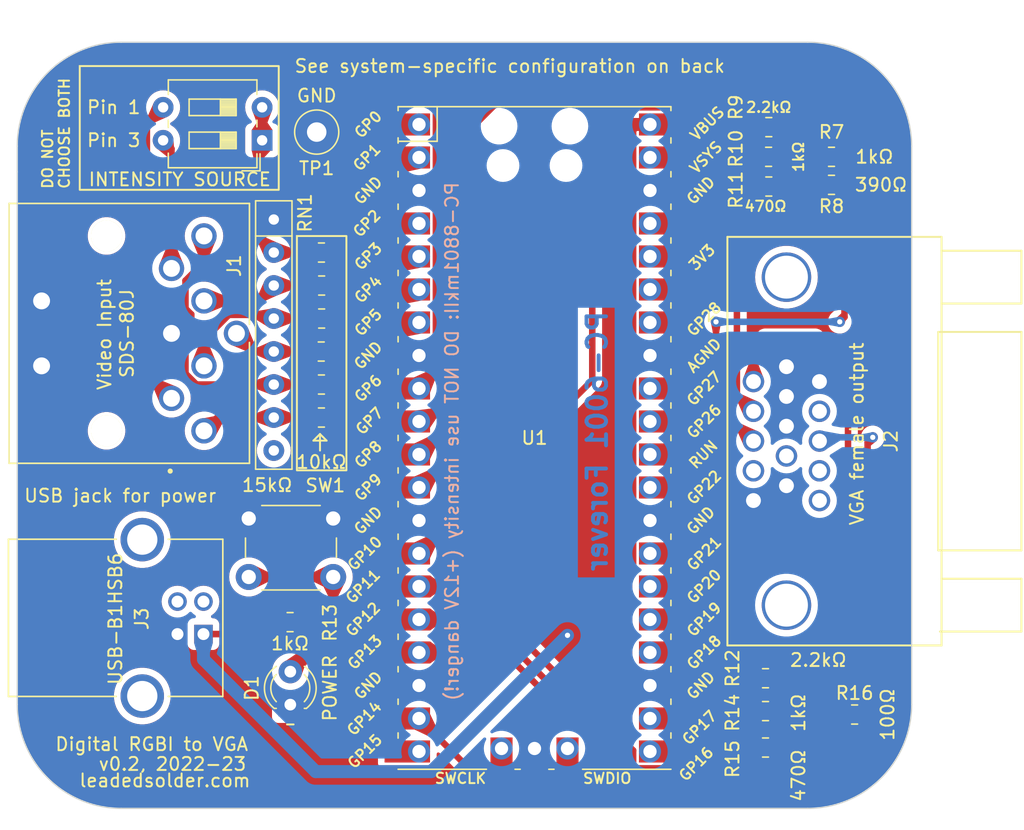
<source format=kicad_pcb>
(kicad_pcb (version 20240108) (generator "pcbnew") (generator_version "8.0")
  (layers (0 "F.Cu" signal) (31 "B.Cu" signal) (34 "B.Paste" user) (35 "F.Paste" user) (36 "B.SilkS" user "B.Silkscreen") (37 "F.SilkS" user "F.Silkscreen") (38 "B.Mask" user) (39 "F.Mask" user) (44 "Edge.Cuts" user))
  (net 0 "")
  (net 1 "GND")
  (net 2 "/INTENS_IN")
  (net 3 "/HSYNC_IN")
  (net 4 "/VSYNC_IN")
  (net 5 "/RED_IN")
  (net 6 "/GREEN_IN")
  (net 7 "/BLUE_IN")
  (net 9 "/CSYNC_OUT")
  (net 14 "/BLUE_OUT")
  (net 15 "/GREEN_OUT")
  (net 16 "/RED_OUT")
  (net 17 "Net-(D1-A)")
  (net 26 "/PicoVGA_Blue0")
  (net 27 "/PicoVGA_Blue1")
  (net 29 "/PicoVGA_Green0")
  (net 30 "/PicoVGA_Green1")
  (net 35 "/DIN_VIDEO_PIN_1")
  (net 38 "+5V")
  (net 41 "/RED_3v3")
  (net 42 "/GREEN_3v3")
  (net 43 "/BLUE_3v3")
  (net 44 "/HSYNC_3v3")
  (net 45 "/VSYNC_3v3")
  (net 46 "/INTENS_3v3")
  (net 47 "/PicoVGA_Green2")
  (net 48 "/PicoVGA_Red0")
  (net 49 "/PicoVGA_Red1")
  (net 50 "/PicoVGA_Red2")
  (net 51 "/PicoVGA_CSync")
  (net 53 "+3V3")
  (net 54 "/SW_PALETTE_CHANGE")
  (net 56 "/DIN_VIDEO_PIN_3")
  (footprint "Resistor_SMD:R_0805_2012Metric_Pad1.20x1.40mm_HandSolder" (layer "F.Cu") (at 163.83 69.85)
    (property "Reference" "R7" (at 0 -1.905 0) (layer "F.SilkS"))
    (property "Value" "1kΩ" (at 3.302 0 0) (layer "F.SilkS"))
    (pad "1" smd roundrect (at -1 0) (size 1.2 1.4) (layers "F.Cu" "F.Paste" "F.Mask") (roundrect_rratio 0.2083333333) (net 26 "/PicoVGA_Blue0"))
    (pad "2" smd roundrect (at 1 0) (size 1.2 1.4) (layers "F.Cu" "F.Paste" "F.Mask") (roundrect_rratio 0.2083333333) (net 14 "/BLUE_OUT"))
  )
  (footprint "Resistor_SMD:R_0805_2012Metric_Pad1.20x1.40mm_HandSolder" (layer "F.Cu") (at 124.555 84.836 180)
    (property "Reference" "R3" (hide yes))
    (property "Value" "10kΩ")
    (pad "1" smd roundrect (at -1 0 180) (size 1.2 1.4) (layers "F.Cu" "F.Paste" "F.Mask") (roundrect_rratio 0.2083333333) (net 41 "/RED_3v3"))
    (pad "2" smd roundrect (at 1 0 180) (size 1.2 1.4) (layers "F.Cu" "F.Paste" "F.Mask") (roundrect_rratio 0.2083333333) (net 7 "/BLUE_IN"))
  )
  (footprint "Resistor_THT:R_Array_SIP8" (layer "F.Cu") (at 120.904 74.676 -90)
    (property "Reference" "RN1" (at -0.508 -2.4 90) (layer "F.SilkS"))
    (property "Value" "15kΩ" (at 20.447 0.508 180) (layer "F.SilkS"))
    (pad "1" thru_hole rect (at 0 0 270) (size 1.6 1.6) (drill 0.8) (layers "*.Cu" "*.Mask") (net 1 "GND"))
    (pad "2" thru_hole oval (at 2.54 0 270) (size 1.6 1.6) (drill 0.8) (layers "*.Cu" "*.Mask") (net 2 "/INTENS_IN"))
    (pad "3" thru_hole oval (at 5.08 0 270) (size 1.6 1.6) (drill 0.8) (layers "*.Cu" "*.Mask") (net 4 "/VSYNC_IN"))
    (pad "4" thru_hole oval (at 7.62 0 270) (size 1.6 1.6) (drill 0.8) (layers "*.Cu" "*.Mask") (net 3 "/HSYNC_IN"))
    (pad "5" thru_hole oval (at 10.16 0 270) (size 1.6 1.6) (drill 0.8) (layers "*.Cu" "*.Mask") (net 7 "/BLUE_IN"))
    (pad "6" thru_hole oval (at 12.7 0 270) (size 1.6 1.6) (drill 0.8) (layers "*.Cu" "*.Mask") (net 6 "/GREEN_IN"))
    (pad "7" thru_hole oval (at 15.24 0 270) (size 1.6 1.6) (drill 0.8) (layers "*.Cu" "*.Mask") (net 5 "/RED_IN"))
    (pad "8" thru_hole oval (at 17.78 0 270) (size 1.6 1.6) (drill 0.8) (layers "*.Cu" "*.Mask"))
  )
  (footprint "TestPoint:TestPoint_Loop_D2.54mm_Drill1.5mm_Beaded" (layer "F.Cu") (at 124.206 67.945)
    (property "Reference" "TP1" (at 0 2.794 0) (layer "F.SilkS"))
    (property "Value" "GND" (at 0 -2.8 0) (layer "F.SilkS"))
    (pad "1" thru_hole circle (at 0 0) (size 3 3) (drill 1.5) (layers "*.Cu" "*.Mask") (net 1 "GND"))
  )
  (footprint "Resistor_SMD:R_0805_2012Metric_Pad1.20x1.40mm_HandSolder" (layer "F.Cu") (at 124.587 82.296 180)
    (property "Reference" "R4" (hide yes))
    (property "Value" "10kΩ")
    (pad "1" smd roundrect (at -1 0 180) (size 1.2 1.4) (layers "F.Cu" "F.Paste" "F.Mask") (roundrect_rratio 0.2083333333) (net 42 "/GREEN_3v3"))
    (pad "2" smd roundrect (at 1 0 180) (size 1.2 1.4) (layers "F.Cu" "F.Paste" "F.Mask") (roundrect_rratio 0.2083333333) (net 3 "/HSYNC_IN"))
  )
  (footprint "Resistor_SMD:R_0805_2012Metric_Pad1.20x1.40mm_HandSolder" (layer "F.Cu") (at 124.587 79.756 180)
    (property "Reference" "R5" (hide yes))
    (property "Value" "10kΩ")
    (pad "1" smd roundrect (at -1 0 180) (size 1.2 1.4) (layers "F.Cu" "F.Paste" "F.Mask") (roundrect_rratio 0.2083333333) (net 43 "/BLUE_3v3"))
    (pad "2" smd roundrect (at 1 0 180) (size 1.2 1.4) (layers "F.Cu" "F.Paste" "F.Mask") (roundrect_rratio 0.2083333333) (net 4 "/VSYNC_IN"))
  )
  (footprint "MCU_RaspberryPi_and_Boards:RPi_Pico_SMD_TH" (layer "F.Cu") (at 140.97 91.49)
    (property "Reference" "U1" (at 0 0 0) (layer "F.SilkS"))
    (property "Value" "Pico")
    (fp_text user "GND" (at -12.8 -19.05 45) (layer "F.SilkS") (effects (font (size 0.8 0.8))))
    (fp_text user "GP1" (at -12.9 -21.6 45) (layer "F.SilkS") (effects (font (size 0.8 0.8))))
    (fp_text user "AGND" (at 13.054 -6.35 45) (layer "F.SilkS") (effects (font (size 0.8 0.8))))
    (fp_text user "GP14" (at -13.1 21.59 45) (layer "F.SilkS") (effects (font (size 0.8 0.8))))
    (fp_text user "VSYS" (at 13.2 -21.59 45) (layer "F.SilkS") (effects (font (size 0.8 0.8))))
    (fp_text user "GP10" (at -13.054 8.89 45) (layer "F.SilkS") (effects (font (size 0.8 0.8))))
    (fp_text user "GP0" (at -12.8 -24.13 45) (layer "F.SilkS") (effects (font (size 0.8 0.8))))
    (fp_text user "GND" (at 12.8 -19.05 45) (layer "F.SilkS") (effects (font (size 0.8 0.8))))
    (fp_text user "GP9" (at -12.8 3.81 45) (layer "F.SilkS") (effects (font (size 0.8 0.8))))
    (fp_text user "GP26" (at 13.054 -1.27 45) (layer "F.SilkS") (effects (font (size 0.8 0.8))))
    (fp_text user "GND" (at -12.8 19.05 45) (layer "F.SilkS") (effects (font (size 0.8 0.8))))
    (fp_text user "GP12" (at -13.2 13.97 45) (layer "F.SilkS") (effects (font (size 0.8 0.8))))
    (fp_text user "GND" (at 12.8 19.05 45) (layer "F.SilkS") (effects (font (size 0.8 0.8))))
    (fp_text user "GP6" (at -12.8 -3.81 45) (layer "F.SilkS") (effects (font (size 0.8 0.8))))
    (fp_text user "GND" (at -12.8 6.35 45) (layer "F.SilkS") (effects (font (size 0.8 0.8))))
    (fp_text user "GP13" (at -13.054 16.51 45) (layer "F.SilkS") (effects (font (size 0.8 0.8))))
    (fp_text user "SWCLK" (at -5.7 26.2 0) (layer "F.SilkS") (effects (font (size 0.8 0.8))))
    (fp_text user "3V3" (at 12.9 -13.9 45) (layer "F.SilkS") (effects (font (size 0.8 0.8))))
    (fp_text user "GP16" (at 12.446 25.096 45) (layer "F.SilkS") (effects (font (size 0.8 0.8))))
    (fp_text user "GND" (at -12.8 -6.35 45) (layer "F.SilkS") (effects (font (size 0.8 0.8))))
    (fp_text user "GP17" (at 12.7 22.302 45) (layer "F.SilkS") (effects (font (size 0.8 0.8))))
    (fp_text user "GP3" (at -12.8 -13.97 45) (layer "F.SilkS") (effects (font (size 0.8 0.8))))
    (fp_text user "SWDIO" (at 5.6 26.2 0) (layer "F.SilkS") (effects (font (size 0.8 0.8))))
    (fp_text user "GP7" (at -12.7 -1.3 45) (layer "F.SilkS") (effects (font (size 0.8 0.8))))
    (fp_text user "GP11" (at -13.2 11.43 45) (layer "F.SilkS") (effects (font (size 0.8 0.8))))
    (fp_text user "GP15" (at -13.054 24.13 45) (layer "F.SilkS") (effects (font (size 0.8 0.8))))
    (fp_text user "GP22" (at 13.054 3.81 45) (layer "F.SilkS") (effects (font (size 0.8 0.8))))
    (fp_text user "GP27" (at 13.054 -3.8 45) (layer "F.SilkS") (effects (font (size 0.8 0.8))))
    (fp_text user "VBUS" (at 13.3 -24.2 45) (layer "F.SilkS") (effects (font (size 0.8 0.8))))
    (fp_text user "GP28" (at 13.054 -9.144 45) (layer "F.SilkS") (effects (font (size 0.8 0.8))))
    (fp_text user "RUN" (at 13 1.27 45) (layer "F.SilkS") (effects (font (size 0.8 0.8))))
    (fp_text user "GP21" (at 13.054 8.9 45) (layer "F.SilkS") (effects (font (size 0.8 0.8))))
    (fp_text user "GP20" (at 13.054 11.43 45) (layer "F.SilkS") (effects (font (size 0.8 0.8))))
    (fp_text user "GP5" (at -12.8 -8.89 45) (layer "F.SilkS") (effects (font (size 0.8 0.8))))
    (fp_text user "GP2" (at -12.9 -16.51 45) (layer "F.SilkS") (effects (font (size 0.8 0.8))))
    (fp_text user "GP18" (at 13.054 16.51 45) (layer "F.SilkS") (effects (font (size 0.8 0.8))))
    (fp_text user "GND" (at 12.8 6.35 45) (layer "F.SilkS") (effects (font (size 0.8 0.8))))
    (fp_text user "GP19" (at 13.054 13.97 45) (layer "F.SilkS") (effects (font (size 0.8 0.8))))
    (fp_text user "GP4" (at -12.8 -11.43 45) (layer "F.SilkS") (effects (font (size 0.8 0.8))))
    (fp_text user "GP8" (at -12.8 1.27 45) (layer "F.SilkS") (effects (font (size 0.8 0.8))))
    (pad "" np_thru_hole oval (at -2.725 -24) (size 1.8 1.8) (drill 1.8) (layers "*.Cu" "*.Mask"))
    (pad "" np_thru_hole oval (at -2.425 -20.97) (size 1.5 1.5) (drill 1.5) (layers "*.Cu" "*.Mask"))
    (pad "" np_thru_hole oval (at 2.425 -20.97) (size 1.5 1.5) (drill 1.5) (layers "*.Cu" "*.Mask"))
    (pad "" np_thru_hole oval (at 2.725 -24) (size 1.8 1.8) (drill 1.8) (layers "*.Cu" "*.Mask"))
    (pad "1" thru_hole oval (at -8.89 -24.13) (size 1.7 1.7) (drill 1.02) (layers "*.Cu" "*.Mask") (net 46 "/INTENS_3v3"))
    (pad "1" smd rect (at -8.89 -24.13) (size 3.5 1.7) (drill (offset -0.9 0)) (layers "F.Cu" "F.Mask") (net 46 "/INTENS_3v3"))
    (pad "2" thru_hole oval (at -8.89 -21.59) (size 1.7 1.7) (drill 1.02) (layers "*.Cu" "*.Mask") (net 43 "/BLUE_3v3"))
    (pad "2" smd rect (at -8.89 -21.59) (size 3.5 1.7) (drill (offset -0.9 0)) (layers "F.Cu" "F.Mask") (net 43 "/BLUE_3v3"))
    (pad "3" thru_hole rect (at -8.89 -19.05) (size 1.7 1.7) (drill 1.02) (layers "*.Cu" "*.Mask") (net 1 "GND"))
    (pad "3" smd rect (at -8.89 -19.05) (size 3.5 1.7) (drill (offset -0.9 0)) (layers "F.Cu" "F.Mask") (net 1 "GND"))
    (pad "4" thru_hole oval (at -8.89 -16.51) (size 1.7 1.7) (drill 1.02) (layers "*.Cu" "*.Mask") (net 42 "/GREEN_3v3"))
    (pad "4" smd rect (at -8.89 -16.51) (size 3.5 1.7) (drill (offset -0.9 0)) (layers "F.Cu" "F.Mask") (net 42 "/GREEN_3v3"))
    (pad "5" thru_hole oval (at -8.89 -13.97) (size 1.7 1.7) (drill 1.02) (layers "*.Cu" "*.Mask") (net 41 "/RED_3v3"))
    (pad "5" smd rect (at -8.89 -13.97) (size 3.5 1.7) (drill (offset -0.9 0)) (layers "F.Cu" "F.Mask") (net 41 "/RED_3v3"))
    (pad "6" thru_hole oval (at -8.89 -11.43) (size 1.7 1.7) (drill 1.02) (layers "*.Cu" "*.Mask") (net 45 "/VSYNC_3v3"))
    (pad "6" smd rect (at -8.89 -11.43) (size 3.5 1.7) (drill (offset -0.9 0)) (layers "F.Cu" "F.Mask") (net 45 "/VSYNC_3v3"))
    (pad "7" thru_hole oval (at -8.89 -8.89) (size 1.7 1.7) (drill 1.02) (layers "*.Cu" "*.Mask") (net 44 "/HSYNC_3v3"))
    (pad "7" smd rect (at -8.89 -8.89) (size 3.5 1.7) (drill (offset -0.9 0)) (layers "F.Cu" "F.Mask") (net 44 "/HSYNC_3v3"))
    (pad "8" thru_hole rect (at -8.89 -6.35) (size 1.7 1.7) (drill 1.02) (layers "*.Cu" "*.Mask") (net 1 "GND"))
    (pad "8" smd rect (at -8.89 -6.35) (size 3.5 1.7) (drill (offset -0.9 0)) (layers "F.Cu" "F.Mask") (net 1 "GND"))
    (pad "9" thru_hole oval (at -8.89 -3.81) (size 1.7 1.7) (drill 1.02) (layers "*.Cu" "*.Mask") (net 26 "/PicoVGA_Blue0"))
    (pad "9" smd rect (at -8.89 -3.81) (size 3.5 1.7) (drill (offset -0.9 0)) (layers "F.Cu" "F.Mask") (net 26 "/PicoVGA_Blue0"))
    (pad "10" thru_hole oval (at -8.89 -1.27) (size 1.7 1.7) (drill 1.02) (layers "*.Cu" "*.Mask") (net 27 "/PicoVGA_Blue1"))
    (pad "10" smd rect (at -8.89 -1.27) (size 3.5 1.7) (drill (offset -0.9 0)) (layers "F.Cu" "F.Mask") (net 27 "/PicoVGA_Blue1"))
    (pad "11" thru_hole oval (at -8.89 1.27) (size 1.7 1.7) (drill 1.02) (layers "*.Cu" "*.Mask") (net 29 "/PicoVGA_Green0"))
    (pad "11" smd rect (at -8.89 1.27) (size 3.5 1.7) (drill (offset -0.9 0)) (layers "F.Cu" "F.Mask") (net 29 "/PicoVGA_Green0"))
    (pad "12" thru_hole oval (at -8.89 3.81) (size 1.7 1.7) (drill 1.02) (layers "*.Cu" "*.Mask") (net 30 "/PicoVGA_Green1"))
    (pad "12" smd rect (at -8.89 3.81) (size 3.5 1.7) (drill (offset -0.9 0)) (layers "F.Cu" "F.Mask") (net 30 "/PicoVGA_Green1"))
    (pad "13" thru_hole rect (at -8.89 6.35) (size 1.7 1.7) (drill 1.02) (layers "*.Cu" "*.Mask") (net 1 "GND"))
    (pad "13" smd rect (at -8.89 6.35) (size 3.5 1.7) (drill (offset -0.9 0)) (layers "F.Cu" "F.Mask") (net 1 "GND"))
    (pad "14" thru_hole oval (at -8.89 8.89) (size 1.7 1.7) (drill 1.02) (layers "*.Cu" "*.Mask") (net 47 "/PicoVGA_Green2"))
    (pad "14" smd rect (at -8.89 8.89) (size 3.5 1.7) (drill (offset -0.9 0)) (layers "F.Cu" "F.Mask") (net 47 "/PicoVGA_Green2"))
    (pad "15" thru_hole oval (at -8.89 11.43) (size 1.7 1.7) (drill 1.02) (layers "*.Cu" "*.Mask") (net 48 "/PicoVGA_Red0"))
    (pad "15" smd rect (at -8.89 11.43) (size 3.5 1.7) (drill (offset -0.9 0)) (layers "F.Cu" "F.Mask") (net 48 "/PicoVGA_Red0"))
    (pad "16" thru_hole oval (at -8.89 13.97) (size 1.7 1.7) (drill 1.02) (layers "*.Cu" "*.Mask") (net 49 "/PicoVGA_Red1"))
    (pad "16" smd rect (at -8.89 13.97) (size 3.5 1.7) (drill (offset -0.9 0)) (layers "F.Cu" "F.Mask") (net 49 "/PicoVGA_Red1"))
    (pad "17" thru_hole oval (at -8.89 16.51) (size 1.7 1.7) (drill 1.02) (layers "*.Cu" "*.Mask") (net 50 "/PicoVGA_Red2"))
    (pad "17" smd rect (at -8.89 16.51) (size 3.5 1.7) (drill (offset -0.9 0)) (layers "F.Cu" "F.Mask") (net 50 "/PicoVGA_Red2"))
    (pad "18" thru_hole rect (at -8.89 19.05) (size 1.7 1.7) (drill 1.02) (layers "*.Cu" "*.Mask") (net 1 "GND"))
    (pad "18" smd rect (at -8.89 19.05) (size 3.5 1.7) (drill (offset -0.9 0)) (layers "F.Cu" "F.Mask") (net 1 "GND"))
    (pad "19" thru_hole oval (at -8.89 21.59) (size 1.7 1.7) (drill 1.02) (layers "*.Cu" "*.Mask") (net 51 "/PicoVGA_CSync"))
    (pad "19" smd rect (at -8.89 21.59) (size 3.5 1.7) (drill (offset -0.9 0)) (layers "F.Cu" "F.Mask") (net 51 "/PicoVGA_CSync"))
    (pad "20" thru_hole oval (at -8.89 24.13) (size 1.7 1.7) (drill 1.02) (layers "*.Cu" "*.Mask") (net 54 "/SW_PALETTE_CHANGE"))
    (pad "20" smd rect (at -8.89 24.13) (size 3.5 1.7) (drill (offset -0.9 0)) (layers "F.Cu" "F.Mask") (net 54 "/SW_PALETTE_CHANGE"))
    (pad "21" thru_hole oval (at 8.89 24.13) (size 1.7 1.7) (drill 1.02) (layers "*.Cu" "*.Mask"))
    (pad "21" smd rect (at 8.89 24.13) (size 3.5 1.7) (drill (offset 0.9 0)) (layers "F.Cu" "F.Mask"))
    (pad "22" thru_hole oval (at 8.89 21.59) (size 1.7 1.7) (drill 1.02) (layers "*.Cu" "*.Mask"))
    (pad "22" smd rect (at 8.89 21.59) (size 3.5 1.7) (drill (offset 0.9 0)) (layers "F.Cu" "F.Mask"))
    (pad "23" thru_hole rect (at 8.89 19.05) (size 1.7 1.7) (drill 1.02) (layers "*.Cu" "*.Mask") (net 1 "GND"))
    (pad "23" smd rect (at 8.89 19.05) (size 3.5 1.7) (drill (offset 0.9 0)) (layers "F.Cu" "F.Mask") (net 1 "GND"))
    (pad "24" thru_hole oval (at 8.89 16.51) (size 1.7 1.7) (drill 1.02) (layers "*.Cu" "*.Mask"))
    (pad "24" smd rect (at 8.89 16.51) (size 3.5 1.7) (drill (offset 0.9 0)) (layers "F.Cu" "F.Mask"))
    (pad "25" thru_hole oval (at 8.89 13.97) (size 1.7 1.7) (drill 1.02) (layers "*.Cu" "*.Mask"))
    (pad "25" smd rect (at 8.89 13.97) (size 3.5 1.7) (drill (offset 0.9 0)) (layers "F.Cu" "F.Mask"))
    (pad "26" thru_hole oval (at 8.89 11.43) (size 1.7 1.7) (drill 1.02) (layers "*.Cu" "*.Mask"))
    (pad "26" smd rect (at 8.89 11.43) (size 3.5 1.7) (drill (offset 0.9 0)) (layers "F.Cu" "F.Mask"))
    (pad "27" thru_hole oval (at 8.89 8.89) (size 1.7 1.7) (drill 1.02) (layers "*.Cu" "*.Mask"))
    (pad "27" smd rect (at 8.89 8.89) (size 3.5 1.7) (drill (offset 0.9 0)) (layers "F.Cu" "F.Mask"))
    (pad "28" thru_hole rect (at 8.89 6.35) (size 1.7 1.7) (drill 1.02) (layers "*.Cu" "*.Mask") (net 1 "GND"))
    (pad "28" smd rect (at 8.89 6.35) (size 3.5 1.7) (drill (offset 0.9 0)) (layers "F.Cu" "F.Mask") (net 1 "GND"))
    (pad "29" thru_hole oval (at 8.89 3.81) (size 1.7 1.7) (drill 1.02) (layers "*.Cu" "*.Mask"))
    (pad "29" smd rect (at 8.89 3.81) (size 3.5 1.7) (drill (offset 0.9 0)) (layers "F.Cu" "F.Mask"))
    (pad "30" thru_hole oval (at 8.89 1.27) (size 1.7 1.7) (drill 1.02) (layers "*.Cu" "*.Mask"))
    (pad "30" smd rect (at 8.89 1.27) (size 3.5 1.7) (drill (offset 0.9 0)) (layers "F.Cu" "F.Mask"))
    (pad "31" thru_hole oval (at 8.89 -1.27) (size 1.7 1.7) (drill 1.02) (layers "*.Cu" "*.Mask"))
    (pad "31" smd rect (at 8.89 -1.27) (size 3.5 1.7) (drill (offset 0.9 0)) (layers "F.Cu" "F.Mask"))
    (pad "32" thru_hole oval (at 8.89 -3.81) (size 1.7 1.7) (drill 1.02) (layers "*.Cu" "*.Mask"))
    (pad "32" smd rect (at 8.89 -3.81) (size 3.5 1.7) (drill (offset 0.9 0)) (layers "F.Cu" "F.Mask"))
    (pad "33" thru_hole rect (at 8.89 -6.35) (size 1.7 1.7) (drill 1.02) (layers "*.Cu" "*.Mask") (net 1 "GND"))
    (pad "33" smd rect (at 8.89 -6.35) (size 3.5 1.7) (drill (offset 0.9 0)) (layers "F.Cu" "F.Mask") (net 1 "GND"))
    (pad "34" thru_hole oval (at 8.89 -8.89) (size 1.7 1.7) (drill 1.02) (layers "*.Cu" "*.Mask"))
    (pad "34" smd rect (at 8.89 -8.89) (size 3.5 1.7) (drill (offset 0.9 0)) (layers "F.Cu" "F.Mask"))
    (pad "35" thru_hole oval (at 8.89 -11.43) (size 1.7 1.7) (drill 1.02) (layers "*.Cu" "*.Mask"))
    (pad "35" smd rect (at 8.89 -11.43) (size 3.5 1.7) (drill (offset 0.9 0)) (layers "F.Cu" "F.Mask"))
    (pad "36" thru_hole oval (at 8.89 -13.97) (size 1.7 1.7) (drill 1.02) (layers "*.Cu" "*.Mask") (net 53 "+3V3"))
    (pad "36" smd rect (at 8.89 -13.97) (size 3.5 1.7) (drill (offset 0.9 0)) (layers "F.Cu" "F.Mask") (net 53 "+3V3"))
    (pad "37" thru_hole oval (at 8.89 -16.51) (size 1.7 1.7) (drill 1.02) (layers "*.Cu" "*.Mask"))
    (pad "37" smd rect (at 8.89 -16.51) (size 3.5 1.7) (drill (offset 0.9 0)) (layers "F.Cu" "F.Mask"))
    (pad "38" thru_hole rect (at 8.89 -19.05) (size 1.7 1.7) (drill 1.02) (layers "*.Cu" "*.Mask") (net 1 "GND"))
    (pad "38" smd rect (at 8.89 -19.05) (size 3.5 1.7) (drill (offset 0.9 0)) (layers "F.Cu" "F.Mask") (net 1 "GND"))
    (pad "39" thru_hole oval (at 8.89 -21.59) (size 1.7 1.7) (drill 1.02) (layers "*.Cu" "*.Mask"))
    (pad "39" smd rect (at 8.89 -21.59) (size 3.5 1.7) (drill (offset 0.9 0)) (layers "F.Cu" "F.Mask"))
    (pad "40" thru_hole oval (at 8.89 -24.13) (size 1.7 1.7) (drill 1.02) (layers "*.Cu" "*.Mask") (net 38 "+5V"))
    (pad "40" smd rect (at 8.89 -24.13) (size 3.5 1.7) (drill (offset 0.9 0)) (layers "F.Cu" "F.Mask") (net 38 "+5V"))
    (pad "41" thru_hole oval (at -2.54 23.9) (size 1.7 1.7) (drill 1.02) (layers "*.Cu" "*.Mask"))
    (pad "41" smd rect (at -2.54 23.9 90) (size 3.5 1.7) (drill (offset -0.9 0)) (layers "F.Cu" "F.Mask"))
    (pad "42" thru_hole rect (at 0 23.9) (size 1.7 1.7) (drill 1.02) (layers "*.Cu" "*.Mask") (net 1 "GND"))
    (pad "42" smd rect (at 0 23.9 90) (size 3.5 1.7) (drill (offset -0.9 0)) (layers "F.Cu" "F.Mask") (net 1 "GND"))
    (pad "43" thru_hole oval (at 2.54 23.9) (size 1.7 1.7) (drill 1.02) (layers "*.Cu" "*.Mask"))
    (pad "43" smd rect (at 2.54 23.9 90) (size 3.5 1.7) (drill (offset -0.9 0)) (layers "F.Cu" "F.Mask"))
  )
  (footprint "Resistor_SMD:R_0805_2012Metric_Pad1.20x1.40mm_HandSolder" (layer "F.Cu") (at 124.571 87.376 180)
    (property "Reference" "R2" (hide yes))
    (property "Value" "10kΩ")
    (pad "1" smd roundrect (at -1 0 180) (size 1.2 1.4) (layers "F.Cu" "F.Paste" "F.Mask") (roundrect_rratio 0.2083333333) (net 45 "/VSYNC_3v3"))
    (pad "2" smd roundrect (at 1 0 180) (size 1.2 1.4) (layers "F.Cu" "F.Paste" "F.Mask") (roundrect_rratio 0.2083333333) (net 6 "/GREEN_IN"))
  )
  (footprint "LED_THT:LED_D3.0mm" (layer "F.Cu") (at 122.174 112.014 90)
    (property "Reference" "D1" (at 1.27 -2.96 90) (layer "F.SilkS"))
    (property "Value" "LED")
    (pad "1" thru_hole rect (at 0 0 90) (size 1.8 1.8) (drill 0.9) (layers "*.Cu" "*.Mask") (net 1 "GND"))
    (pad "2" thru_hole circle (at 2.54 0 90) (size 1.8 1.8) (drill 0.9) (layers "*.Cu" "*.Mask") (net 17 "Net-(D1-A)"))
  )
  (footprint "Button_Switch_THT:SW_DIP_SPSTx02_Slide_6.7x6.64mm_W7.62mm_P2.54mm_LowProfile" (layer "F.Cu") (at 120.005 68.58 180)
    (property "Reference" "SW2" (hide yes))
    (property "Value" "Intensity Select")
    (pad "1" thru_hole rect (at 0 0 180) (size 1.6 1.6) (drill 0.8) (layers "*.Cu" "*.Mask") (net 2 "/INTENS_IN"))
    (pad "2" thru_hole oval (at 0 2.54 180) (size 1.6 1.6) (drill 0.8) (layers "*.Cu" "*.Mask") (net 2 "/INTENS_IN"))
    (pad "3" thru_hole oval (at 7.62 2.54 180) (size 1.6 1.6) (drill 0.8) (layers "*.Cu" "*.Mask") (net 35 "/DIN_VIDEO_PIN_1"))
    (pad "4" thru_hole oval (at 7.62 0 180) (size 1.6 1.6) (drill 0.8) (layers "*.Cu" "*.Mask") (net 56 "/DIN_VIDEO_PIN_3"))
  )
  (footprint "Resistor_SMD:R_0805_2012Metric_Pad1.20x1.40mm_HandSolder" (layer "F.Cu") (at 165.608 112.776)
    (property "Reference" "R16" (at 0 -1.65 0) (layer "F.SilkS"))
    (property "Value" "100Ω" (at 2.54 0 90) (layer "F.SilkS"))
    (pad "1" smd roundrect (at -1 0) (size 1.2 1.4) (layers "F.Cu" "F.Paste" "F.Mask") (roundrect_rratio 0.2083333333) (net 51 "/PicoVGA_CSync"))
    (pad "2" smd roundrect (at 1 0) (size 1.2 1.4) (layers "F.Cu" "F.Paste" "F.Mask") (roundrect_rratio 0.2083333333) (net 9 "/CSYNC_OUT"))
  )
  (footprint "Resistor_SMD:R_0805_2012Metric_Pad1.20x1.40mm_HandSolder" (layer "F.Cu") (at 163.83 72.009)
    (property "Reference" "R8" (at 0 1.651 0) (layer "F.SilkS"))
    (property "Value" "390Ω" (at 3.81 0 0) (layer "F.SilkS"))
    (pad "1" smd roundrect (at -1 0) (size 1.2 1.4) (layers "F.Cu" "F.Paste" "F.Mask") (roundrect_rratio 0.2083333333) (net 27 "/PicoVGA_Blue1"))
    (pad "2" smd roundrect (at 1 0) (size 1.2 1.4) (layers "F.Cu" "F.Paste" "F.Mask") (roundrect_rratio 0.2083333333) (net 14 "/BLUE_OUT"))
  )
  (footprint "Resistor_SMD:R_0805_2012Metric_Pad1.20x1.40mm_HandSolder" (layer "F.Cu") (at 158.75 109.982)
    (property "Reference" "R12" (at -2.54 -0.762 90) (layer "F.SilkS"))
    (property "Value" "2.2kΩ" (at 4.064 -1.397 0) (layer "F.SilkS"))
    (pad "1" smd roundrect (at -1 0) (size 1.2 1.4) (layers "F.Cu" "F.Paste" "F.Mask") (roundrect_rratio 0.2083333333) (net 48 "/PicoVGA_Red0"))
    (pad "2" smd roundrect (at 1 0) (size 1.2 1.4) (layers "F.Cu" "F.Paste" "F.Mask") (roundrect_rratio 0.2083333333) (net 16 "/RED_OUT"))
  )
  (footprint "USB-B1HSB6:OST_USB-B1HSB6" (layer "F.Cu") (at 110.78 105.334 -90)
    (property "Reference" "J3" (at 0.076 0.036 90) (layer "F.SilkS") (effects (font (size 1.000386 1.000386))))
    (property "Value" "USB-B1HSB6" (at 0.076 2.068 90) (layer "F.SilkS") (effects (font (size 1.001228 1.001228))))
    (pad "1" thru_hole rect (at 1.25 -4.71 270) (size 1.428 1.428) (drill 0.92) (layers "*.Cu" "*.Mask") (net 38 "+5V"))
    (pad "2" thru_hole circle (at -1.25 -4.71 270) (size 1.428 1.428) (drill 0.92) (layers "*.Cu" "*.Mask"))
    (pad "3" thru_hole circle (at -1.25 -2.71 270) (size 1.428 1.428) (drill 0.92) (layers "*.Cu" "*.Mask"))
    (pad "4" thru_hole circle (at 1.25 -2.71 270) (size 1.428 1.428) (drill 0.92) (layers "*.Cu" "*.Mask") (net 1 "GND"))
    (pad "P1" thru_hole circle (at -6.02 0 270) (size 3.346 3.346) (drill 2.33) (layers "*.Cu" "*.Mask"))
    (pad "P2" thru_hole circle (at 6.02 0 270) (size 3.346 3.346) (drill 2.33) (layers "*.Cu" "*.Mask"))
  )
  (footprint "Resistor_SMD:R_0805_2012Metric_Pad1.20x1.40mm_HandSolder" (layer "F.Cu") (at 158.75 115.316)
    (property "Reference" "R15" (at -2.54 0.889 90) (layer "F.SilkS"))
    (property "Value" "470Ω" (at 2.54 2.159 90) (layer "F.SilkS"))
    (pad "1" smd roundrect (at -1 0) (size 1.2 1.4) (layers "F.Cu" "F.Paste" "F.Mask") (roundrect_rratio 0.2083333333) (net 50 "/PicoVGA_Red2"))
    (pad "2" smd roundrect (at 1 0) (size 1.2 1.4) (layers "F.Cu" "F.Paste" "F.Mask") (roundrect_rratio 0.2083333333) (net 16 "/RED_OUT"))
  )
  (footprint "Resistor_SMD:R_0805_2012Metric_Pad1.20x1.40mm_HandSolder" (layer "F.Cu") (at 124.571 77.216 180)
    (property "Reference" "R6" (hide yes))
    (property "Value" "10kΩ" (at 0 -16.129 0) (layer "F.SilkS"))
    (pad "1" smd roundrect (at -1 0 180) (size 1.2 1.4) (layers "F.Cu" "F.Paste" "F.Mask") (roundrect_rratio 0.2083333333) (net 46 "/INTENS_3v3"))
    (pad "2" smd roundrect (at 1 0 180) (size 1.2 1.4) (layers "F.Cu" "F.Paste" "F.Mask") (roundrect_rratio 0.2083333333) (net 2 "/INTENS_IN"))
  )
  (footprint "Connector_TE_AMP_HD15:FIXED-1-1734530-1" (layer "F.Cu") (at 172.1739 91.735 -90)
    (property "Reference" "J2" (at 0 3.7719 90) (layer "F.SilkS"))
    (property "Value" "DB15_Female_HighDensity" (hide yes))
    (pad "1" thru_hole circle (at -4.588256 14.351 270) (size 1.651 1.651) (drill 1.143) (layers "*.Cu" "*.Mask") (net 16 "/RED_OUT"))
    (pad "2" thru_hole circle (at -2.298192 14.351 270) (size 1.651 1.651) (drill 1.143) (layers "*.Cu" "*.Mask") (net 15 "/GREEN_OUT"))
    (pad "3" thru_hole circle (at -0.008128 14.351 270) (size 1.651 1.651) (drill 1.143) (layers "*.Cu" "*.Mask") (net 14 "/BLUE_OUT"))
    (pad "4" thru_hole circle (at 2.281936 14.351 270) (size 1.651 1.651) (drill 1.143) (layers "*.Cu" "*.Mask"))
    (pad "5" thru_hole circle (at 4.572 14.351 270) (size 1.651 1.651) (drill 1.143) (layers "*.Cu" "*.Mask") (net 1 "GND"))
    (pad "6" thru_hole circle (at -5.730999 11.811 270) (size 1.651 1.651) (drill 1.143) (layers "*.Cu" "*.Mask") (net 1 "GND"))
    (pad "7" thru_hole circle (at -3.440999 11.811 270) (size 1.651 1.651) (drill 1.143) (layers "*.Cu" "*.Mask") (net 1 "GND"))
    (pad "8" thru_hole circle (at -1.151001 11.811 270) (size 1.651 1.651) (drill 1.143) (layers "*.Cu" "*.Mask") (net 1 "GND"))
    (pad "9" thru_hole circle (at 1.139 11.811 270) (size 1.651 1.651) (drill 1.143) (layers "*.Cu" "*.Mask"))
    (pad "10" thru_hole circle (at 3.429 11.811 270) (size 1.651 1.651) (drill 1.143) (layers "*.Cu" "*.Mask") (net 1 "GND"))
    (pad "11" thru_hole circle (at -4.587999 9.271 270) (size 1.651 1.651) (drill 1.143) (layers "*.Cu" "*.Mask") (net 1 "GND"))
    (pad "12" thru_hole circle (at -2.297999 9.271 270) (size 1.651 1.651) (drill 1.143) (layers "*.Cu" "*.Mask"))
    (pad "13" thru_hole circle (at -0.008001 9.271 270) (size 1.651 1.651) (drill 1.143) (layers "*.Cu" "*.Mask") (net 9 "/CSYNC_OUT"))
    (pad "14" thru_hole circle (at 2.282 9.271 270) (size 1.651 1.651) (drill 1.143) (layers "*.Cu" "*.Mask"))
    (pad "15" thru_hole circle (at 4.572 9.271 270) (size 1.651 1.651) (drill 1.143) (layers "*.Cu" "*.Mask"))
    (pad "16" thru_hole circle (at 12.6238 11.811 270) (size 3.81 3.81) (drill 3.302) (layers "*.Cu" "*.Mask"))
    (pad "17" thru_hole circle (at -12.6238 11.811 270) (size 3.81 3.81) (drill 3.302) (layers "*.Cu" "*.Mask"))
  )
  (footprint "Resistor_SMD:R_0805_2012Metric_Pad1.20x1.40mm_HandSolder" (layer "F.Cu") (at 158.75 112.5115)
    (property "Reference" "R14" (at -2.54 0.127 90) (layer "F.SilkS"))
    (property "Value" "1kΩ" (at 2.54 0.127 90) (layer "F.SilkS"))
    (pad "1" smd roundrect (at -1 0) (size 1.2 1.4) (layers "F.Cu" "F.Paste" "F.Mask") (roundrect_rratio 0.2083333333) (net 49 "/PicoVGA_Red1"))
    (pad "2" smd roundrect (at 1 0) (size 1.2 1.4) (layers "F.Cu" "F.Paste" "F.Mask") (roundrect_rratio 0.2083333333) (net 16 "/RED_OUT"))
  )
  (footprint "Resistor_SMD:R_0805_2012Metric_Pad1.20x1.40mm_HandSolder" (layer "F.Cu") (at 158.988 69.85)
    (property "Reference" "R10" (at -2.524 -0.635 90) (layer "F.SilkS"))
    (property "Value" "1kΩ" (at 2.302 0 90) (layer "F.SilkS") (effects (font (size 0.8 0.8))))
    (pad "1" smd roundrect (at -1 0) (size 1.2 1.4) (layers "F.Cu" "F.Paste" "F.Mask") (roundrect_rratio 0.2083333333) (net 30 "/PicoVGA_Green1"))
    (pad "2" smd roundrect (at 1 0) (size 1.2 1.4) (layers "F.Cu" "F.Paste" "F.Mask") (roundrect_rratio 0.2083333333) (net 15 "/GREEN_OUT"))
  )
  (footprint "CUI_SDS_80J:CUI_SDS-80J" (layer "F.Cu") (at 113.03 83.439 -90)
    (property "Reference" "J1" (at -5.207 -4.826 90) (layer "F.SilkS") (effects (font (size 1.00263 1.00263))))
    (property "Value" "SDS-80J" (at 0 3.429 90) (layer "F.SilkS") (effects (font (size 1.00263 1.00263))))
    (pad "" np_thru_hole circle (at -7.5 5 270) (size 2.4 2.4) (drill 2.4) (layers "*.Cu" "*.Mask" "F.SilkS"))
    (pad "" np_thru_hole circle (at 7.5 5 270) (size 2.4 2.4) (drill 2.4) (layers "*.Cu" "*.Mask" "F.SilkS"))
    (pad "1" thru_hole circle (at 5 0 270) (size 1.95 1.95) (drill 1.3) (layers "*.Cu" "*.Mask") (net 35 "/DIN_VIDEO_PIN_1"))
    (pad "2" thru_hole circle (at 0 0 270) (size 1.95 1.95) (drill 1.3) (layers "*.Cu" "*.Mask") (net 1 "GND"))
    (pad "3" thru_hole circle (at -5 0 270) (size 1.95 1.95) (drill 1.3) (layers "*.Cu" "*.Mask") (net 56 "/DIN_VIDEO_PIN_3"))
    (pad "4" thru_hole circle (at 2.5 -2.5 270) (size 1.95 1.95) (drill 1.3) (layers "*.Cu" "*.Mask") (net 3 "/HSYNC_IN"))
    (pad "5" thru_hole circle (at -2.5 -2.5 270) (size 1.95 1.95) (drill 1.3) (layers "*.Cu" "*.Mask") (net 4 "/VSYNC_IN"))
    (pad "6" thru_hole circle (at 7.5 -2.5 270) (size 1.95 1.95) (drill 1.3) (layers "*.Cu" "*.Mask") (net 5 "/RED_IN"))
    (pad "7" thru_hole circle (at -7.5 -2.5 270) (size 1.95 1.95) (drill 1.3) (layers "*.Cu" "*.Mask") (net 6 "/GREEN_IN"))
    (pad "8" thru_hole circle (at 0 -5 270) (size 1.95 1.95) (drill 1.3) (layers "*.Cu" "*.Mask") (net 7 "/BLUE_IN"))
    (pad "S1" thru_hole circle (at -2.5 10 270) (size 1.95 1.95) (drill 1.3) (layers "*.Cu" "*.Mask") (net 1 "GND"))
    (pad "S2" thru_hole circle (at 2.5 10 270) (size 1.95 1.95) (drill 1.3) (layers "*.Cu" "*.Mask") (net 1 "GND"))
  )
  (footprint "Resistor_SMD:R_0805_2012Metric_Pad1.20x1.40mm_HandSolder" (layer "F.Cu") (at 159.004 67.564)
    (property "Reference" "R9" (at -2.54 -1.524 90) (layer "F.SilkS"))
    (property "Value" "2.2kΩ" (at 0 -1.524 0) (layer "F.SilkS") (effects (font (size 0.8 0.8))))
    (pad "1" smd roundrect (at -1 0) (size 1.2 1.4) (layers "F.Cu" "F.Paste" "F.Mask") (roundrect_rratio 0.2083333333) (net 29 "/PicoVGA_Green0"))
    (pad "2" smd roundrect (at 1 0) (size 1.2 1.4) (layers "F.Cu" "F.Paste" "F.Mask") (roundrect_rratio 0.2083333333) (net 15 "/GREEN_OUT"))
  )
  (footprint "Button_Switch_THT:SW_PUSH_6mm" (layer "F.Cu") (at 118.9748 97.6884)
    (property "Reference" "SW1" (at 5.8916 -2.54 0) (layer "F.SilkS"))
    (property "Value" "SW_Push")
    (pad "1" thru_hole circle (at 0 0 90) (size 2 2) (drill 1.1) (layers "*.Cu" "*.Mask") (net 1 "GND"))
    (pad "1" thru_hole circle (at 6.5 0 90) (size 2 2) (drill 1.1) (layers "*.Cu" "*.Mask") (net 1 "GND"))
    (pad "2" thru_hole circle (at 0 4.5 90) (size 2 2) (drill 1.1) (layers "*.Cu" "*.Mask") (net 54 "/SW_PALETTE_CHANGE"))
    (pad "2" thru_hole circle (at 6.5 4.5 90) (size 2 2) (drill 1.1) (layers "*.Cu" "*.Mask") (net 54 "/SW_PALETTE_CHANGE"))
  )
  (footprint "Resistor_SMD:R_0805_2012Metric_Pad1.20x1.40mm_HandSolder" (layer "F.Cu") (at 124.571 89.916 180)
    (property "Reference" "R1" (hide yes))
    (property "Value" "10kΩ")
    (pad "1" smd roundrect (at -1 0 180) (size 1.2 1.4) (layers "F.Cu" "F.Paste" "F.Mask") (roundrect_rratio 0.2083333333) (net 44 "/HSYNC_3v3"))
    (pad "2" smd roundrect (at 1 0 180) (size 1.2 1.4) (layers "F.Cu" "F.Paste" "F.Mask") (roundrect_rratio 0.2083333333) (net 5 "/RED_IN"))
  )
  (footprint "Resistor_SMD:R_0805_2012Metric_Pad1.20x1.40mm_HandSolder" (layer "F.Cu") (at 122.158 105.664)
    (property "Reference" "R13" (at 3.064 0.0508 90) (layer "F.SilkS"))
    (property "Value" "1kΩ" (at 0 1.65 0) (layer "F.SilkS"))
    (pad "1" smd roundrect (at -1 0) (size 1.2 1.4) (layers "F.Cu" "F.Paste" "F.Mask") (roundrect_rratio 0.2083333333) (net 38 "+5V"))
    (pad "2" smd roundrect (at 1 0) (size 1.2 1.4) (layers "F.Cu" "F.Paste" "F.Mask") (roundrect_rratio 0.2083333333) (net 17 "Net-(D1-A)"))
  )
  (footprint "Resistor_SMD:R_0805_2012Metric_Pad1.20x1.40mm_HandSolder" (layer "F.Cu") (at 159.004 72.136)
    (property "Reference" "R11" (at -2.54 0.254 90) (layer "F.SilkS"))
    (property "Value" "470Ω" (at -0.254 1.524 180) (layer "F.SilkS") (effects (font (size 0.8 0.8))))
    (pad "1" smd roundrect (at -1 0) (size 1.2 1.4) (layers "F.Cu" "F.Paste" "F.Mask") (roundrect_rratio 0.2083333333) (net 47 "/PicoVGA_Green2"))
    (pad "2" smd roundrect (at 1 0) (size 1.2 1.4) (layers "F.Cu" "F.Paste" "F.Mask") (roundrect_rratio 0.2083333333) (net 15 "/GREEN_OUT"))
  )
  (gr_line (start 121.92 113.538) (end 122.428 113.538) (stroke (width 0.15)) (layer "F.SilkS"))
  (gr_line (start 124.714 91.44) (end 124.968 91.694) (stroke (width 0.15)) (layer "F.SilkS"))
  (gr_line (start 124.46 91.186) (end 124.714 91.44) (stroke (width 0.15)) (layer "F.SilkS"))
  (gr_rect (start 122.682 75.946) (end 126.492 93.98) (stroke (width 0.15)) (fill none) (layer "F.SilkS"))
  (gr_line (start 124.46 92.456) (end 124.46 91.186) (stroke (width 0.15)) (layer "F.SilkS"))
  (gr_rect (start 105.969 62.865) (end 121.285 72.39) (stroke (width 0.15)) (fill none) (layer "F.SilkS"))
  (gr_line (start 124.46 91.186) (end 124.206 91.44) (stroke (width 0.15)) (layer "F.SilkS"))
  (gr_line (start 124.968 91.694) (end 123.952 91.694) (stroke (width 0.15)) (layer "F.SilkS"))
  (gr_line (start 124.206 91.44) (end 123.952 91.694) (stroke (width 0.15)) (layer "F.SilkS"))
  (gr_arc (start 109.156854 120) (mid 103.5 117.656854) (end 101.156854 112) (stroke (width 0.1)) (layer "Edge.Cuts"))
  (gr_arc (start 101.156854 69.029854) (mid 103.5 63.373) (end 109.156854 61.029854) (stroke (width 0.1)) (layer "Edge.Cuts"))
  (gr_line (start 101.156854 70.999999) (end 101.156854 112) (stroke (width 0.1)) (layer "Edge.Cuts"))
  (gr_line (start 170 69.029855) (end 170 71) (stroke (width 0.1)) (layer "Edge.Cuts"))
  (gr_line (start 109.156854 61.029854) (end 162 61.029855) (stroke (width 0.1)) (layer "Edge.Cuts"))
  (gr_line (start 101.156854 69.029854) (end 101.156854 70.999999) (stroke (width 0.1)) (layer "Edge.Cuts"))
  (gr_arc (start 170 112) (mid 167.656854 117.656854) (end 162 120) (stroke (width 0.1)) (layer "Edge.Cuts"))
  (gr_line (start 162 120) (end 109.156854 120) (stroke (width 0.1)) (layer "Edge.Cuts"))
  (gr_arc (start 162 61.029855) (mid 167.656854 63.373001) (end 170 69.029855) (stroke (width 0.1)) (layer "Edge.Cuts"))
  (gr_line (start 170 71) (end 170 112) (stroke (width 0.1)) (layer "Edge.Cuts"))
  (gr_text "PC-6001 Forever" (at 145.796 91.735001 90) (layer "B.Cu") (effects (font (size 1.5 1.5) (thickness 0.3)) (justify mirror)))
  (gr_text "PC-8801mkII: DO NOT use intensity (+12V danger!)" (at 134.62 71.707619 90) (layer "B.SilkS") (effects (font (size 1 1)) (justify left mirror)))
  (gr_text "Pin 3" (at 108.585 68.58 0) (layer "F.SilkS") (effects (font (size 1 1))))
  (gr_text "POWER" (at 125.222 110.744 90) (layer "F.SilkS") (effects (font (size 1 1))))
  (gr_text "Pin 1" (at 108.585 66.04 0) (layer "F.SilkS") (effects (font (size 1 1))))
  (gr_text "USB jack for power" (at 101.6 96.52 0) (layer "F.SilkS") (effects (font (size 1 1)) (justify left bottom)))
  (gr_text "Video Input" (at 108.458 87.884 90) (layer "F.SilkS") (effects (font (size 1 1)) (justify left bottom)))
  (gr_text "v0.2, 2022-23" (at 118.872 116.586 0) (layer "F.SilkS") (effects (font (size 1 1)) (justify right)))
  (gr_text "DO NOT\nCHOOSE BOTH" (at 104.14 72.39 90) (layer "F.SilkS") (effects (font (size 0.8 0.8)) (justify left)))
  (gr_text "VGA female output" (at 166.37 98.298 90) (layer "F.SilkS") (effects (font (size 1 1)) (justify left bottom)))
  (gr_text "See system-specific configuration on back" (at 139.065 62.865 0) (layer "F.SilkS") (effects (font (size 1 1))))
  (gr_text "Digital RGBI to VGA" (at 111.506 115.062 0) (layer "F.SilkS") (effects (font (size 1 1))))
  (gr_text "INTENSITY SOURCE" (at 113.665 71.59 0) (layer "F.SilkS") (effects (font (size 1 1))))
  (gr_text "leadedsolder.com" (at 112.522 117.856 0) (layer "F.SilkS") (effects (font (size 1 1))))
  (segment (start 120.005 66.04) (end 120.005 68.58) (width 0.5) (layer "F.Cu") (net 2))
  (segment (start 123.571 77.216) (end 120.904 77.216) (width 0.5) (layer "F.Cu") (net 2))
  (segment (start 120.005 68.58) (end 119.654489 68.930511) (width 0.5) (layer "F.Cu") (net 2))
  (segment (start 119.654489 75.966489) (end 120.904 77.216) (width 0.5) (layer "F.Cu") (net 2))
  (segment (start 119.654489 68.930511) (end 119.654489 75.966489) (width 0.5) (layer "F.Cu") (net 2))
  (segment (start 120.622489 82.014489) (end 120.904 82.296) (width 0.5) (layer "F.Cu") (net 3))
  (segment (start 120.904 82.296) (end 123.587 82.296) (width 0.5) (layer "F.Cu") (net 3))
  (segment (start 117.439947 82.014489) (end 120.622489 82.014489) (width 0.5) (layer "F.Cu") (net 3))
  (segment (start 115.53 85.939) (end 115.53 83.924436) (width 0.5) (layer "F.Cu") (net 3))
  (segment (start 115.53 83.924436) (end 117.439947 82.014489) (width 0.5) (layer "F.Cu") (net 3))
  (segment (start 119.721 80.939) (end 120.904 79.756) (width 0.5) (layer "F.Cu") (net 4))
  (segment (start 120.904 79.756) (end 123.587 79.756) (width 0.5) (layer "F.Cu") (net 4))
  (segment (start 115.53 80.939) (end 119.721 80.939) (width 0.5) (layer "F.Cu") (net 4))
  (segment (start 116.553 89.916) (end 115.53 90.939) (width 0.5) (layer "F.Cu") (net 5))
  (segment (start 120.904 89.916) (end 116.553 89.916) (width 0.5) (layer "F.Cu") (net 5))
  (segment (start 123.571 89.916) (end 120.904 89.916) (width 0.5) (layer "F.Cu") (net 5))
  (segment (start 114.554 83.929564) (end 114.554 81.977564) (width 0.5) (layer "F.Cu") (net 6))
  (segment (start 120.904 87.376) (end 114.952436 87.376) (width 0.5) (layer "F.Cu") (net 6))
  (segment (start 114.105489 86.529053) (end 114.105489 84.378075) (width 0.5) (layer "F.Cu") (net 6))
  (segment (start 114.105489 84.378075) (end 114.554 83.929564) (width 0.5) (layer "F.Cu") (net 6))
  (segment (start 114.105489 79.378075) (end 115.53 77.953564) (width 0.5) (layer "F.Cu") (net 6))
  (segment (start 120.904 87.376) (end 123.571 87.376) (width 0.5) (layer "F.Cu") (net 6))
  (segment (start 114.952436 87.376) (end 114.105489 86.529053) (width 0.5) (layer "F.Cu") (net 6))
  (segment (start 114.554 81.977564) (end 114.105489 81.529053) (width 0.5) (layer "F.Cu") (net 6))
  (segment (start 115.53 77.953564) (end 115.53 75.939) (width 0.5) (layer "F.Cu") (net 6))
  (segment (start 114.105489 81.529053) (end 114.105489 79.378075) (width 0.5) (layer "F.Cu") (net 6))
  (segment (start 123.555 84.836) (end 120.904 84.836) (width 0.5) (layer "F.Cu") (net 7))
  (segment (start 120.904 84.836) (end 119.427 84.836) (width 0.5) (layer "F.Cu") (net 7))
  (segment (start 119.427 84.836) (end 118.03 83.439) (width 0.5) (layer "F.Cu") (net 7))
  (segment (start 166.608 91.837) (end 167.005 91.44) (width 0.5) (layer "F.Cu") (net 9))
  (segment (start 166.608 112.776) (end 166.608 91.837) (width 0.5) (layer "F.Cu") (net 9))
  (via (at 167.005 91.44) (size 0.8) (drill 0.4) (layers "F.Cu" "B.Cu") (net 9))
  (segment (start 167.005 91.44) (end 163.189899 91.44) (width 0.5) (layer "B.Cu") (net 9))
  (segment (start 163.189899 91.44) (end 162.9029 91.726999) (width 0.5) (layer "B.Cu") (net 9))
  (segment (start 164.83 82.185) (end 164.465 82.55) (width 0.5) (layer "F.Cu") (net 14))
  (segment (start 164.83 69.85) (end 164.83 72.009) (width 0.5) (layer "F.Cu") (net 14))
  (segment (start 154.94 88.843972) (end 157.8229 91.726872) (width 0.5) (layer "F.Cu") (net 14))
  (segment (start 154.94 82.55) (end 154.94 88.843972) (width 0.5) (layer "F.Cu") (net 14))
  (segment (start 164.83 72.009) (end 164.83 82.185) (width 0.5) (layer "F.Cu") (net 14))
  (via (at 164.465 82.55) (size 0.8) (drill 0.4) (layers "F.Cu" "B.Cu") (net 14))
  (via (at 154.94 82.55) (size 0.8) (drill 0.4) (layers "F.Cu" "B.Cu") (net 14))
  (segment (start 164.465 82.55) (end 154.94 82.55) (width 0.5) (layer "B.Cu") (net 14))
  (segment (start 156.547889 88.161797) (end 156.547889 75.592111) (width 0.5) (layer "F.Cu") (net 15))
  (segment (start 157.8229 89.436808) (end 156.547889 88.161797) (width 0.5) (layer "F.Cu") (net 15))
  (segment (start 160.004 67.564) (end 160.004 72.136) (width 0.5) (layer "F.Cu") (net 15))
  (segment (start 156.547889 75.592111) (end 160.004 72.136) (width 0.5) (layer "F.Cu") (net 15))
  (segment (start 165.1 105.41) (end 165.1 86.36) (width 0.5) (layer "F.Cu") (net 16))
  (segment (start 159.75 115.316) (end 159.75 109.982) (width 0.5) (layer "F.Cu") (net 16))
  (segment (start 157.8229 84.7471) (end 157.8229 87.146744) (width 0.5) (layer "F.Cu") (net 16))
  (segment (start 160.528 109.982) (end 165.1 105.41) (width 0.5) (layer "F.Cu") (net 16))
  (segment (start 162.56 83.82) (end 158.75 83.82) (width 0.5) (layer "F.Cu") (net 16))
  (segment (start 159.75 109.982) (end 160.528 109.982) (width 0.5) (layer "F.Cu") (net 16))
  (segment (start 165.1 86.36) (end 162.56 83.82) (width 0.5) (layer "F.Cu") (net 16))
  (segment (start 158.75 83.82) (end 157.8229 84.7471) (width 0.5) (layer "F.Cu") (net 16))
  (segment (start 123.158 108.49) (end 122.174 109.474) (width 1) (layer "F.Cu") (net 17))
  (segment (start 123.158 105.664) (end 123.158 108.49) (width 1) (layer "F.Cu") (net 17))
  (segment (start 133.379511 86.380489) (end 133.379511 65.375489) (width 0.5) (layer "F.Cu") (net 26))
  (segment (start 162.83 63.135) (end 162.83 69.85) (width 0.5) (layer "F.Cu") (net 26))
  (segment (start 136.65402 62.10098) (end 161.79598 62.10098) (width 0.5) (layer "F.Cu") (net 26))
  (segment (start 132.08 87.68) (end 133.379511 86.380489) (width 0.5) (layer "F.Cu") (net 26))
  (segment (start 133.379511 65.375489) (end 136.65402 62.10098) (width 0.5) (layer "F.Cu") (net 26))
  (segment (start 161.79598 62.10098) (end 162.83 63.135) (width 0.5) (layer "F.Cu") (net 26))
  (segment (start 132.665 90.22) (end 132.08 90.22) (width 0.5) (layer "F.Cu") (net 27))
  (segment (start 160.30145 62.80049) (end 137.85951 62.80049) (width 0.5) (layer "F.Cu") (net 27))
  (segment (start 134.079022 66.580978) (end 134.079022 88.805978) (width 0.5) (layer "F.Cu") (net 27))
  (segment (start 134.079022 88.805978) (end 132.665 90.22) (width 0.5) (layer "F.Cu") (net 27))
  (segment (start 161.78048 64.27952) (end 160.30145 62.80049) (width 0.5) (layer "F.Cu") (net 27))
  (segment (start 161.78048 70.95948) (end 161.78048 64.27952) (width 0.5) (layer "F.Cu") (net 27))
  (segment (start 162.83 72.009) (end 161.78048 70.95948) (width 0.5) (layer "F.Cu") (net 27))
  (segment (start 137.85951 62.80049) (end 134.079022 66.580978) (width 0.5) (layer "F.Cu") (net 27))
  (segment (start 139.065 63.5) (end 134.778533 67.786467) (width 0.5) (layer "F.Cu") (net 29))
  (segment (start 153.67 63.5) (end 139.065 63.5) (width 0.5) (layer "F.Cu") (net 29))
  (segment (start 156.500489 66.060489) (end 156.230489 66.060489) (width 0.5) (layer "F.Cu") (net 29))
  (segment (start 158.004 67.564) (end 156.500489 66.060489) (width 0.5) (layer "F.Cu") (net 29))
  (segment (start 156.230489 66.060489) (end 153.67 63.5) (width 0.5) (layer "F.Cu") (net 29))
  (segment (start 134.778533 67.786467) (end 134.778533 90.061467) (width 0.5) (layer "F.Cu") (net 29))
  (segment (start 134.778533 90.061467) (end 132.08 92.76) (width 0.5) (layer "F.Cu") (net 29))
  (segment (start 153.035 64.77) (end 157.988 69.723) (width 0.5) (layer "F.Cu") (net 30))
  (segment (start 132.08 95.3) (end 132.139022 95.3) (width 0.5) (layer "F.Cu") (net 30))
  (segment (start 157.988 69.723) (end 157.988 69.85) (width 0.5) (layer "F.Cu") (net 30))
  (segment (start 132.139022 95.3) (end 135.89 91.549022) (width 0.5) (layer "F.Cu") (net 30))
  (segment (start 135.89 67.865777) (end 138.985777 64.77) (width 0.5) (layer "F.Cu") (net 30))
  (segment (start 138.985777 64.77) (end 153.035 64.77) (width 0.5) (layer "F.Cu") (net 30))
  (segment (start 135.89 91.549022) (end 135.89 67.865777) (width 0.5) (layer "F.Cu") (net 30))
  (segment (start 111.135489 86.544489) (end 111.135489 67.289511) (width 0.5) (layer "F.Cu") (net 35))
  (segment (start 111.135489 67.289511) (end 112.385 66.04) (width 0.5) (layer "F.Cu") (net 35))
  (segment (start 113.03 88.439) (end 111.135489 86.544489) (width 0.5) (layer "F.Cu") (net 35))
  (segment (start 149.86 67.36) (end 148.657919 67.36) (width 1) (layer "F.Cu") (net 38))
  (segment (start 148.310489 67.70743) (end 148.310489 101.879511) (width 1) (layer "F.Cu") (net 38))
  (segment (start 148.310489 101.879511) (end 143.51 106.68) (width 1) (layer "F.Cu") (net 38))
  (segment (start 148.657919 67.36) (end 148.310489 67.70743) (width 1) (layer "F.Cu") (net 38))
  (via (at 143.51 106.68) (size 0.8) (drill 0.4) (layers "F.Cu" "B.Cu") (net 38))
  (segment (start 115.49 108.529022) (end 115.49 106.584) (width 1) (layer "B.Cu") (net 38))
  (segment (start 124.130489 117.169511) (end 115.49 108.529022) (width 1) (layer "B.Cu") (net 38))
  (segment (start 143.51 106.68) (end 133.020489 117.169511) (width 1) (layer "B.Cu") (net 38))
  (segment (start 133.020489 117.169511) (end 124.130489 117.169511) (width 1) (layer "B.Cu") (net 38))
  (segment (start 128.280499 82.110501) (end 125.555 84.836) (width 0.5) (layer "F.Cu") (net 41))
  (segment (start 130.22 77.52) (end 128.98 78.76) (width 0.5) (layer "F.Cu") (net 41))
  (segment (start 128.98 80.310756) (end 128.280499 81.010257) (width 0.5) (layer "F.Cu") (net 41))
  (segment (start 128.280499 81.010257) (end 128.280499 82.110501) (width 0.5) (layer "F.Cu") (net 41))
  (segment (start 132.08 77.52) (end 130.22 77.52) (width 0.5) (layer "F.Cu") (net 41))
  (segment (start 128.98 78.76) (end 128.98 80.310756) (width 0.5) (layer "F.Cu") (net 41))
  (segment (start 129.49 74.98) (end 132.08 74.98) (width 0.5) (layer "F.Cu") (net 42))
  (segment (start 128.280499 78.470257) (end 128.98 77.770756) (width 0.5) (layer "F.Cu") (net 42))
  (segment (start 128.280499 79.602501) (end 128.280499 78.470257) (width 0.5) (layer "F.Cu") (net 42))
  (segment (start 128.98 77.770756) (end 128.98 75.49) (width 0.5) (layer "F.Cu") (net 42))
  (segment (start 128.98 75.49) (end 129.49 74.98) (width 0.5) (layer "F.Cu") (net 42))
  (segment (start 125.587 82.296) (end 128.280499 79.602501) (width 0.5) (layer "F.Cu") (net 42))
  (segment (start 130.22 69.9) (end 128.27 71.85) (width 0.5) (layer "F.Cu") (net 43))
  (segment (start 128.27 71.85) (end 128.27 77.073) (width 0.5) (layer "F.Cu") (net 43))
  (segment (start 132.08 69.9) (end 130.22 69.9) (width 0.5) (layer "F.Cu") (net 43))
  (segment (start 128.27 77.073) (end 125.587 79.756) (width 0.5) (layer "F.Cu") (net 43))
  (segment (start 128.98 83.84) (end 128.98 86.507) (width 0.5) (layer "F.Cu") (net 44))
  (segment (start 130.22 82.6) (end 128.98 83.84) (width 0.5) (layer "F.Cu") (net 44))
  (segment (start 128.98 86.507) (end 125.571 89.916) (width 0.5) (layer "F.Cu") (net 44))
  (segment (start 132.08 82.6) (end 130.22 82.6) (width 0.5) (layer "F.Cu") (net 44))
  (segment (start 128.280499 83.550257) (end 128.280499 84.666501) (width 0.5) (layer "F.Cu") (net 45))
  (segment (start 132.08 80.06) (end 130.22 80.06) (width 0.5) (layer "F.Cu") (net 45))
  (segment (start 130.22 80.06) (end 128.98 81.3) (width 0.5) (layer "F.Cu") (net 45))
  (segment (start 128.280499 84.666501) (end 125.571 87.376) (width 0.5) (layer "F.Cu") (net 45))
  (segment (start 128.98 81.3) (end 128.98 82.850756) (width 0.5) (layer "F.Cu") (net 45))
  (segment (start 128.98 82.850756) (end 128.280499 83.550257) (width 0.5) (layer "F.Cu") (net 45))
  (segment (start 130.220978 67.36) (end 132.08 67.36) (width 0.5) (layer "F.Cu") (net 46))
  (segment (start 125.571 77.216) (end 127.570499 75.216501) (width 0.5) (layer "F.Cu") (net 46))
  (segment (start 127.570499 70.010479) (end 130.220978 67.36) (width 0.5) (layer "F.Cu") (net 46))
  (segment (start 127.570499 75.216501) (end 127.570499 70.010479) (width 0.5) (layer "F.Cu") (net 46))
  (segment (start 145.415 87.045) (end 132.08 100.38) (width 0.5) (layer "F.Cu") (net 47))
  (segment (start 158.004 72.136) (end 152.959511 67.091511) (width 0.5) (layer "F.Cu") (net 47))
  (segment (start 152.959511 66.060489) (end 152.939022 66.04) (width 0.5) (layer "F.Cu") (net 47))
  (segment (start 147.32 66.04) (end 145.415 67.945) (width 0.5) (layer "F.Cu") (net 47))
  (segment (start 145.415 67.945) (end 145.415 87.045) (width 0.5) (layer "F.Cu") (net 47))
  (segment (start 152.959511 67.091511) (end 152.959511 66.060489) (width 0.5) (layer "F.Cu") (net 47))
  (segment (start 152.939022 66.04) (end 147.32 66.04) (width 0.5) (layer "F.Cu") (net 47))
  (segment (start 157.353 109.982) (end 157.75 109.982) (width 0.5) (layer "F.Cu") (net 48))
  (segment (start 135.94 102.92) (end 148.560489 115.540489) (width 0.5) (layer "F.Cu") (net 48))
  (segment (start 148.560489 115.540489) (end 148.560489 116.919511) (width 0.5) (layer "F.Cu") (net 48))
  (segment (start 156.21 111.125) (end 157.353 109.982) (width 0.5) (layer "F.Cu") (net 48))
  (segment (start 152.701489 116.919511) (end 156.21 113.411) (width 0.5) (layer "F.Cu") (net 48))
  (segment (start 132.08 102.92) (end 135.94 102.92) (width 0.5) (layer "F.Cu") (net 48))
  (segment (start 156.21 113.411) (end 156.21 111.125) (width 0.5) (layer "F.Cu") (net 48))
  (segment (start 148.560489 116.919511) (end 152.701489 116.919511) (width 0.5) (layer "F.Cu") (net 48))
  (segment (start 157.75 113.395) (end 157.75 112.5115) (width 0.5) (layer "F.Cu") (net 49))
  (segment (start 132.08 105.46) (end 137.180489 105.46) (width 0.5) (layer "F.Cu") (net 49))
  (segment (start 148.572231 117.920511) (end 153.224489 117.920511) (width 0.5) (layer "F.Cu") (net 49))
  (segment (start 147.860978 116.140489) (end 147.860979 117.209259) (width 0.5) (layer "F.Cu") (net 49))
  (segment (start 153.224489 117.920511) (end 157.75 113.395) (width 0.5) (layer "F.Cu") (net 49))
  (segment (start 137.180489 105.46) (end 147.860978 116.140489) (width 0.5) (layer "F.Cu") (net 49))
  (segment (start 147.860979 117.209259) (end 148.572231 117.920511) (width 0.5) (layer "F.Cu") (net 49))
  (segment (start 147.161467 116.509747) (end 147.161469 117.499007) (width 0.5) (layer "F.Cu") (net 50))
  (segment (start 148.409486 118.747022) (end 154.31898 118.74702) (width 0.5) (layer "F.Cu") (net 50))
  (segment (start 138.65172 108) (end 147.161467 116.509747) (width 0.5) (layer "F.Cu") (net 50))
  (segment (start 132.08 108) (end 138.65172 108) (width 0.5) (layer "F.Cu") (net 50))
  (segment (start 154.31898 118.74702) (end 157.75 115.316) (width 0.5) (layer "F.Cu") (net 50))
  (segment (start 147.161469 117.499007) (end 148.409486 118.747022) (width 0.5) (layer "F.Cu") (net 50))
  (segment (start 164.608 112.776) (end 157.937467 119.446533) (width 0.5) (layer "F.Cu") (net 51))
  (segment (start 137.130489 118.130489) (end 132.08 113.08) (width 0.5) (layer "F.Cu") (net 51))
  (segment (start 138.087511 119.446533) (end 137.130489 118.489511) (width 0.5) (layer "F.Cu") (net 51))
  (segment (start 137.130489 118.489511) (end 137.130489 118.130489) (width 0.5) (layer "F.Cu") (net 51))
  (segment (start 157.937467 119.446533) (end 138.087511 119.446533) (width 0.5) (layer "F.Cu") (net 51))
  (segment (start 125.4748 102.1884) (end 125.4748 110.623822) (width 0.25) (layer "F.Cu") (net 54))
  (segment (start 130.470978 115.62) (end 132.08 115.62) (width 0.25) (layer "F.Cu") (net 54))
  (segment (start 125.4748 110.623822) (end 130.470978 115.62) (width 0.25) (layer "F.Cu") (net 54))
  (segment (start 118.9748 102.1884) (end 125.4748 102.1884) (width 0.25) (layer "F.Cu") (net 54))
  (segment (start 113.03 78.439) (end 113.03 69.225) (width 0.5) (layer "F.Cu") (net 56))
  (segment (start 113.03 69.225) (end 112.385 68.58) (width 0.5) (layer "F.Cu") (net 56))
  (zone (net 38) (net_name "+5V") (layer "F.Cu") (connect_pads (clearance 0.508)) (min_thickness 0.254) (fill yes (thermal_gap 0.508) (thermal_bridge_width 0.508))
    (polygon (pts (xy 171.965613 57.906425) (xy 171.577 121.539) (xy 99.949 121.666) (xy 99.829613 57.779425)))
  )
  (zone (net 1) (net_name "GND") (layer "B.Cu") (connect_pads yes (clearance 0.508)) (min_thickness 0.254) (fill yes (thermal_gap 0.508) (thermal_bridge_width 0.508))
    (polygon (pts (xy 171.5 121.5) (xy 100 121.5) (xy 100 57.932) (xy 171.5 57.932)))
  )
)
</source>
